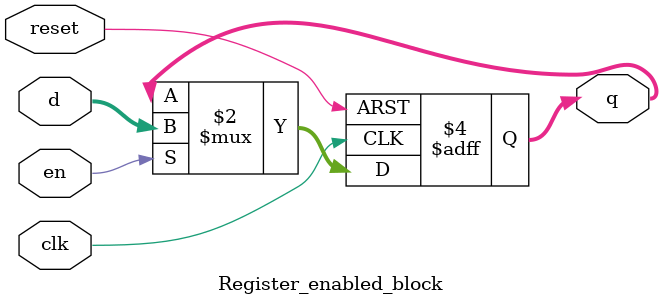
<source format=sv>
module Register_enabled_block #(parameter WIDTH = 8)
		(input logic clk, reset, en, input logic [WIDTH-1:0] d, output logic [WIDTH-1:0] q);
	
	always_ff @(posedge clk, posedge reset)
		if (reset) q <= 0;
		else if (en) q <= d;

endmodule

</source>
